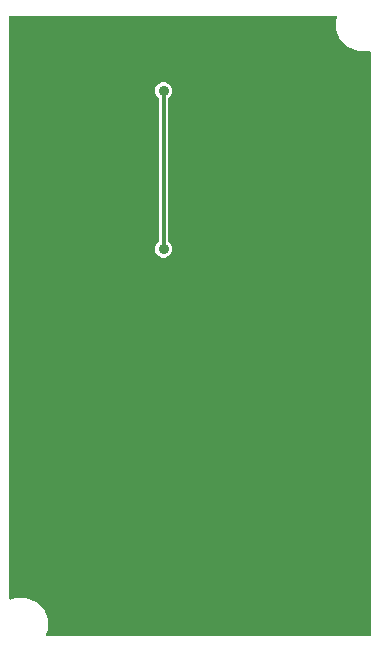
<source format=gbr>
G04 EAGLE Gerber RS-274X export*
G75*
%MOMM*%
%FSLAX34Y34*%
%LPD*%
%INBottom Copper*%
%IPPOS*%
%AMOC8*
5,1,8,0,0,1.08239X$1,22.5*%
G01*
%ADD10C,0.304800*%
%ADD11C,0.914400*%

G36*
X327942Y10164D02*
X327942Y10164D01*
X327968Y10162D01*
X328115Y10184D01*
X328262Y10201D01*
X328287Y10209D01*
X328313Y10213D01*
X328451Y10268D01*
X328590Y10318D01*
X328612Y10332D01*
X328637Y10342D01*
X328758Y10427D01*
X328883Y10507D01*
X328901Y10526D01*
X328923Y10541D01*
X329022Y10651D01*
X329125Y10758D01*
X329139Y10780D01*
X329156Y10800D01*
X329228Y10930D01*
X329304Y11057D01*
X329312Y11082D01*
X329325Y11105D01*
X329365Y11248D01*
X329410Y11389D01*
X329412Y11415D01*
X329420Y11440D01*
X329439Y11684D01*
X329439Y504307D01*
X329422Y504456D01*
X329410Y504606D01*
X329402Y504629D01*
X329399Y504653D01*
X329349Y504795D01*
X329302Y504938D01*
X329290Y504958D01*
X329282Y504981D01*
X329200Y505108D01*
X329123Y505236D01*
X329106Y505254D01*
X329093Y505274D01*
X328985Y505378D01*
X328880Y505486D01*
X328860Y505499D01*
X328842Y505516D01*
X328713Y505593D01*
X328587Y505675D01*
X328564Y505683D01*
X328543Y505695D01*
X328400Y505741D01*
X328258Y505791D01*
X328234Y505794D01*
X328211Y505801D01*
X328062Y505813D01*
X327912Y505830D01*
X327888Y505827D01*
X327864Y505829D01*
X327715Y505807D01*
X327566Y505789D01*
X327538Y505780D01*
X327519Y505778D01*
X327475Y505760D01*
X327333Y505714D01*
X327007Y505579D01*
X317992Y505579D01*
X309664Y509029D01*
X303289Y515404D01*
X299839Y523732D01*
X299839Y532748D01*
X300248Y533733D01*
X300289Y533878D01*
X300335Y534021D01*
X300337Y534045D01*
X300343Y534068D01*
X300351Y534219D01*
X300363Y534368D01*
X300359Y534392D01*
X300360Y534416D01*
X300333Y534564D01*
X300311Y534713D01*
X300302Y534735D01*
X300298Y534759D01*
X300238Y534897D01*
X300182Y535037D01*
X300168Y535057D01*
X300159Y535079D01*
X300069Y535200D01*
X299983Y535323D01*
X299965Y535339D01*
X299951Y535359D01*
X299836Y535456D01*
X299724Y535556D01*
X299703Y535568D01*
X299685Y535584D01*
X299551Y535652D01*
X299419Y535725D01*
X299396Y535731D01*
X299375Y535742D01*
X299229Y535779D01*
X299084Y535820D01*
X299055Y535822D01*
X299036Y535827D01*
X298989Y535827D01*
X298840Y535839D01*
X24384Y535839D01*
X24358Y535836D01*
X24332Y535838D01*
X24185Y535816D01*
X24038Y535799D01*
X24013Y535791D01*
X23987Y535787D01*
X23849Y535732D01*
X23710Y535682D01*
X23688Y535668D01*
X23663Y535658D01*
X23542Y535573D01*
X23417Y535493D01*
X23399Y535474D01*
X23377Y535459D01*
X23278Y535349D01*
X23175Y535242D01*
X23161Y535220D01*
X23144Y535200D01*
X23072Y535070D01*
X22996Y534943D01*
X22988Y534918D01*
X22975Y534895D01*
X22935Y534752D01*
X22890Y534611D01*
X22888Y534585D01*
X22880Y534560D01*
X22861Y534316D01*
X22861Y42919D01*
X22878Y42770D01*
X22890Y42620D01*
X22898Y42597D01*
X22901Y42573D01*
X22951Y42432D01*
X22997Y42289D01*
X23010Y42268D01*
X23018Y42245D01*
X23100Y42119D01*
X23177Y41990D01*
X23194Y41973D01*
X23207Y41952D01*
X23316Y41847D01*
X23420Y41740D01*
X23440Y41727D01*
X23458Y41710D01*
X23587Y41633D01*
X23713Y41552D01*
X23736Y41544D01*
X23757Y41531D01*
X23900Y41486D01*
X24042Y41435D01*
X24066Y41432D01*
X24089Y41425D01*
X24238Y41413D01*
X24388Y41396D01*
X24412Y41399D01*
X24436Y41397D01*
X24585Y41419D01*
X24734Y41437D01*
X24762Y41446D01*
X24781Y41449D01*
X24825Y41466D01*
X24967Y41512D01*
X28513Y42981D01*
X37528Y42981D01*
X45856Y39531D01*
X52231Y33156D01*
X55681Y24828D01*
X55681Y15813D01*
X54212Y12267D01*
X54171Y12122D01*
X54125Y11979D01*
X54123Y11955D01*
X54116Y11932D01*
X54109Y11781D01*
X54097Y11632D01*
X54101Y11608D01*
X54099Y11584D01*
X54126Y11436D01*
X54149Y11287D01*
X54158Y11265D01*
X54162Y11241D01*
X54222Y11103D01*
X54277Y10963D01*
X54291Y10943D01*
X54301Y10921D01*
X54391Y10800D01*
X54476Y10677D01*
X54494Y10661D01*
X54509Y10641D01*
X54624Y10544D01*
X54735Y10444D01*
X54756Y10432D01*
X54775Y10416D01*
X54908Y10348D01*
X55040Y10275D01*
X55064Y10269D01*
X55085Y10258D01*
X55231Y10221D01*
X55376Y10180D01*
X55405Y10178D01*
X55423Y10173D01*
X55470Y10173D01*
X55619Y10161D01*
X327916Y10161D01*
X327942Y10164D01*
G37*
%LPC*%
G36*
X152255Y330961D02*
X152255Y330961D01*
X149641Y332044D01*
X147640Y334045D01*
X146557Y336659D01*
X146557Y339489D01*
X147640Y342103D01*
X149159Y343622D01*
X149238Y343721D01*
X149322Y343815D01*
X149346Y343857D01*
X149376Y343895D01*
X149430Y344009D01*
X149491Y344120D01*
X149504Y344166D01*
X149525Y344210D01*
X149551Y344334D01*
X149586Y344455D01*
X149591Y344516D01*
X149598Y344551D01*
X149597Y344599D01*
X149605Y344699D01*
X149605Y465561D01*
X149591Y465686D01*
X149584Y465813D01*
X149571Y465859D01*
X149565Y465907D01*
X149523Y466026D01*
X149488Y466148D01*
X149464Y466190D01*
X149448Y466235D01*
X149379Y466341D01*
X149318Y466452D01*
X149278Y466498D01*
X149259Y466528D01*
X149224Y466562D01*
X149159Y466638D01*
X147640Y468157D01*
X146557Y470771D01*
X146557Y473601D01*
X147640Y476215D01*
X149641Y478216D01*
X152255Y479299D01*
X155085Y479299D01*
X157699Y478216D01*
X159700Y476215D01*
X160783Y473601D01*
X160783Y470771D01*
X159700Y468157D01*
X158181Y466638D01*
X158111Y466549D01*
X158100Y466539D01*
X158097Y466533D01*
X158018Y466445D01*
X157994Y466403D01*
X157964Y466365D01*
X157910Y466251D01*
X157849Y466140D01*
X157836Y466094D01*
X157815Y466050D01*
X157789Y465926D01*
X157754Y465805D01*
X157749Y465744D01*
X157742Y465709D01*
X157743Y465661D01*
X157735Y465561D01*
X157735Y344699D01*
X157749Y344574D01*
X157756Y344447D01*
X157769Y344401D01*
X157775Y344353D01*
X157817Y344234D01*
X157852Y344112D01*
X157876Y344070D01*
X157892Y344025D01*
X157961Y343919D01*
X158022Y343808D01*
X158062Y343762D01*
X158081Y343732D01*
X158116Y343698D01*
X158181Y343622D01*
X159700Y342103D01*
X160783Y339489D01*
X160783Y336659D01*
X159700Y334045D01*
X157699Y332044D01*
X155085Y330961D01*
X152255Y330961D01*
G37*
%LPD*%
D10*
X153670Y472186D02*
X153670Y338074D01*
D11*
X153670Y338074D03*
X153670Y472186D03*
X76200Y406400D03*
X114300Y381000D03*
M02*

</source>
